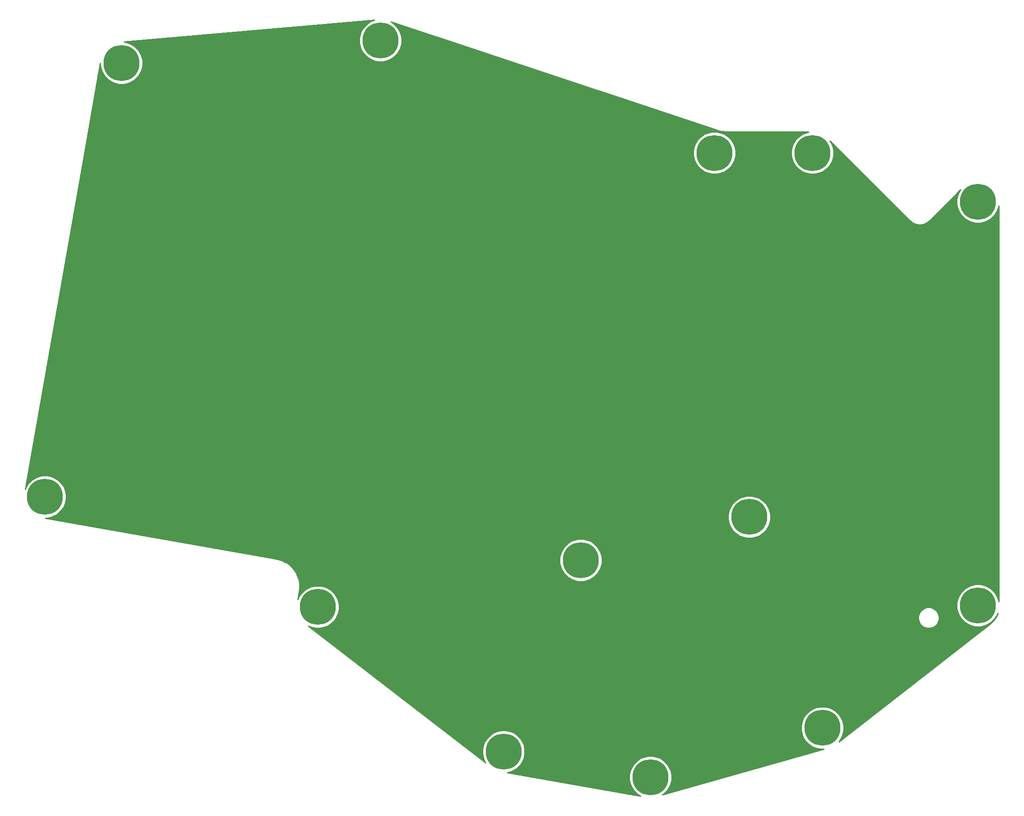
<source format=gbr>
%TF.GenerationSoftware,KiCad,Pcbnew,(5.1.7)-1*%
%TF.CreationDate,2020-10-07T08:37:43+11:00*%
%TF.ProjectId,Board-DjinnBase,426f6172-642d-4446-9a69-6e6e42617365,rev?*%
%TF.SameCoordinates,Original*%
%TF.FileFunction,Copper,L1,Top*%
%TF.FilePolarity,Positive*%
%FSLAX46Y46*%
G04 Gerber Fmt 4.6, Leading zero omitted, Abs format (unit mm)*
G04 Created by KiCad (PCBNEW (5.1.7)-1) date 2020-10-07 08:37:43*
%MOMM*%
%LPD*%
G01*
G04 APERTURE LIST*
%TA.AperFunction,ComponentPad*%
%ADD10C,7.000000*%
%TD*%
%TA.AperFunction,NonConductor*%
%ADD11C,0.254000*%
%TD*%
%TA.AperFunction,NonConductor*%
%ADD12C,0.100000*%
%TD*%
G04 APERTURE END LIST*
D10*
%TO.P,BASE1,~*%
%TO.N,N/C*%
X46966766Y19525432D03*
X99473603Y-123894915D03*
X163167435Y-90487880D03*
X34774198Y-90761447D03*
X163167435Y-11906299D03*
%TO.P,BASE1,1*%
X111919220Y-2381261D03*
X130969300Y-2381260D03*
%TO.P,BASE1,~*%
X85949668Y-81650102D03*
X-3381700Y15104253D03*
X-18267752Y-69318746D03*
X118708259Y-73245522D03*
X70919102Y-118896720D03*
X132900881Y-114300480D03*
%TD*%
D11*
X45760631Y23501526D02*
X45008109Y23189821D01*
X44330857Y22737296D01*
X43754902Y22161341D01*
X43302377Y21484089D01*
X42990672Y20731567D01*
X42831766Y19932694D01*
X42831766Y19118170D01*
X42990672Y18319297D01*
X43302377Y17566775D01*
X43754902Y16889523D01*
X44330857Y16313568D01*
X45008109Y15861043D01*
X45760631Y15549338D01*
X46559504Y15390432D01*
X47374028Y15390432D01*
X48172901Y15549338D01*
X48925423Y15861043D01*
X49602675Y16313568D01*
X50178630Y16889523D01*
X50631155Y17566775D01*
X50942860Y18319297D01*
X51101766Y19118170D01*
X51101766Y19932694D01*
X50942860Y20731567D01*
X50631155Y21484089D01*
X50178630Y22161341D01*
X49602675Y22737296D01*
X48992423Y23145053D01*
X112415350Y2024031D01*
X112431511Y2020361D01*
X113244593Y1791918D01*
X113297869Y1782098D01*
X113350892Y1770828D01*
X113368987Y1768927D01*
X114234843Y1689366D01*
X114266346Y1686263D01*
X130222699Y1686241D01*
X129763165Y1594834D01*
X129010643Y1283129D01*
X128333391Y830604D01*
X127757436Y254649D01*
X127304911Y-422603D01*
X126993206Y-1175125D01*
X126834300Y-1973998D01*
X126834300Y-2788522D01*
X126993206Y-3587395D01*
X127304911Y-4339917D01*
X127757436Y-5017169D01*
X128333391Y-5593124D01*
X129010643Y-6045649D01*
X129763165Y-6357354D01*
X130562038Y-6516260D01*
X131376562Y-6516260D01*
X132175435Y-6357354D01*
X132927957Y-6045649D01*
X133605209Y-5593124D01*
X134181164Y-5017169D01*
X134633689Y-4339917D01*
X134945394Y-3587395D01*
X135104300Y-2788522D01*
X135104300Y-1973998D01*
X134945394Y-1175125D01*
X134633689Y-422603D01*
X134373387Y-33033D01*
X142171197Y-7830844D01*
X142171203Y-7830849D01*
X149949371Y-15609018D01*
X149972988Y-15628400D01*
X149981705Y-15637239D01*
X149989203Y-15643398D01*
X150292548Y-15889041D01*
X150345134Y-15923715D01*
X150397235Y-15959122D01*
X150405787Y-15963708D01*
X150751067Y-16145753D01*
X150809379Y-16169550D01*
X150867374Y-16194166D01*
X150876654Y-16197004D01*
X151250718Y-16308516D01*
X151312534Y-16320532D01*
X151374210Y-16333416D01*
X151383864Y-16334397D01*
X151772463Y-16371130D01*
X151835477Y-16370910D01*
X151898442Y-16371569D01*
X151908103Y-16370656D01*
X152296436Y-16331210D01*
X152358180Y-16318760D01*
X152420100Y-16307172D01*
X152429397Y-16304401D01*
X152429403Y-16304399D01*
X152802676Y-16190278D01*
X152860848Y-16166063D01*
X152919317Y-16142677D01*
X152927896Y-16138154D01*
X152927900Y-16138152D01*
X152927903Y-16138150D01*
X153271901Y-15953699D01*
X153324226Y-15918670D01*
X153377074Y-15884350D01*
X153384616Y-15878243D01*
X153683592Y-15632660D01*
X153712401Y-15609018D01*
X159763349Y-9558071D01*
X159503046Y-9947642D01*
X159191341Y-10700164D01*
X159032435Y-11499037D01*
X159032435Y-12313561D01*
X159191341Y-13112434D01*
X159503046Y-13864956D01*
X159955571Y-14542208D01*
X160531526Y-15118163D01*
X161208778Y-15570688D01*
X161961300Y-15882393D01*
X162760173Y-16041299D01*
X163574697Y-16041299D01*
X164373570Y-15882393D01*
X165126092Y-15570688D01*
X165803344Y-15118163D01*
X166379299Y-14542208D01*
X166831824Y-13864956D01*
X167143529Y-13112434D01*
X167234936Y-12652901D01*
X167234935Y-89741273D01*
X167143529Y-89281745D01*
X166831824Y-88529223D01*
X166379299Y-87851971D01*
X165803344Y-87276016D01*
X165126092Y-86823491D01*
X164373570Y-86511786D01*
X163574697Y-86352880D01*
X162760173Y-86352880D01*
X161961300Y-86511786D01*
X161208778Y-86823491D01*
X160531526Y-87276016D01*
X159955571Y-87851971D01*
X159503046Y-88529223D01*
X159191341Y-89281745D01*
X159032435Y-90080618D01*
X159032435Y-90895142D01*
X159191341Y-91694015D01*
X159503046Y-92446537D01*
X159955571Y-93123789D01*
X160531526Y-93699744D01*
X161208778Y-94152269D01*
X161961300Y-94463974D01*
X162760173Y-94622880D01*
X163574697Y-94622880D01*
X164373570Y-94463974D01*
X165126092Y-94152269D01*
X165803344Y-93699744D01*
X166379299Y-93123789D01*
X166831824Y-92446537D01*
X167016040Y-92001801D01*
X166962041Y-92193266D01*
X166633051Y-92860390D01*
X166188002Y-93456384D01*
X165629907Y-93972281D01*
X165327597Y-94183175D01*
X165312117Y-94192958D01*
X136101686Y-116947448D01*
X136112745Y-116936389D01*
X136565270Y-116259137D01*
X136876975Y-115506615D01*
X137035881Y-114707742D01*
X137035881Y-113893218D01*
X136876975Y-113094345D01*
X136565270Y-112341823D01*
X136112745Y-111664571D01*
X135536790Y-111088616D01*
X134859538Y-110636091D01*
X134107016Y-110324386D01*
X133308143Y-110165480D01*
X132493619Y-110165480D01*
X131694746Y-110324386D01*
X130942224Y-110636091D01*
X130264972Y-111088616D01*
X129689017Y-111664571D01*
X129236492Y-112341823D01*
X128924787Y-113094345D01*
X128765881Y-113893218D01*
X128765881Y-114707742D01*
X128924787Y-115506615D01*
X129236492Y-116259137D01*
X129689017Y-116936389D01*
X130264972Y-117512344D01*
X130942224Y-117964869D01*
X131694746Y-118276574D01*
X132493619Y-118435480D01*
X133196695Y-118435480D01*
X101783406Y-127324676D01*
X102109512Y-127106779D01*
X102685467Y-126530824D01*
X103137992Y-125853572D01*
X103449697Y-125101050D01*
X103608603Y-124302177D01*
X103608603Y-123487653D01*
X103449697Y-122688780D01*
X103137992Y-121936258D01*
X102685467Y-121259006D01*
X102109512Y-120683051D01*
X101432260Y-120230526D01*
X100679738Y-119918821D01*
X99880865Y-119759915D01*
X99066341Y-119759915D01*
X98267468Y-119918821D01*
X97514946Y-120230526D01*
X96837694Y-120683051D01*
X96261739Y-121259006D01*
X95809214Y-121936258D01*
X95497509Y-122688780D01*
X95338603Y-123487653D01*
X95338603Y-124302177D01*
X95497509Y-125101050D01*
X95809214Y-125853572D01*
X96261739Y-126530824D01*
X96837694Y-127106779D01*
X97492508Y-127544311D01*
X71596069Y-122978072D01*
X72125237Y-122872814D01*
X72877759Y-122561109D01*
X73555011Y-122108584D01*
X74130966Y-121532629D01*
X74583491Y-120855377D01*
X74895196Y-120102855D01*
X75054102Y-119303982D01*
X75054102Y-118489458D01*
X74895196Y-117690585D01*
X74583491Y-116938063D01*
X74130966Y-116260811D01*
X73555011Y-115684856D01*
X72877759Y-115232331D01*
X72125237Y-114920626D01*
X71326364Y-114761720D01*
X70511840Y-114761720D01*
X69712967Y-114920626D01*
X68960445Y-115232331D01*
X68283193Y-115684856D01*
X67707238Y-116260811D01*
X67254713Y-116938063D01*
X66943008Y-117690585D01*
X66784102Y-118489458D01*
X66784102Y-119303982D01*
X66943008Y-120102855D01*
X67254713Y-120855377D01*
X67390629Y-121058790D01*
X32922658Y-94470205D01*
X33568063Y-94737541D01*
X34366936Y-94896447D01*
X35181460Y-94896447D01*
X35980333Y-94737541D01*
X36732855Y-94425836D01*
X37410107Y-93973311D01*
X37986062Y-93397356D01*
X38438587Y-92720104D01*
X38459875Y-92668710D01*
X151556270Y-92668710D01*
X151556270Y-93069570D01*
X151634474Y-93462727D01*
X151787877Y-93833074D01*
X152010583Y-94166377D01*
X152294033Y-94449827D01*
X152627336Y-94672533D01*
X152997683Y-94825936D01*
X153390840Y-94904140D01*
X153791700Y-94904140D01*
X154184857Y-94825936D01*
X154555204Y-94672533D01*
X154888507Y-94449827D01*
X155171957Y-94166377D01*
X155394663Y-93833074D01*
X155548066Y-93462727D01*
X155626270Y-93069570D01*
X155626270Y-92668710D01*
X155548066Y-92275553D01*
X155394663Y-91905206D01*
X155171957Y-91571903D01*
X154888507Y-91288453D01*
X154555204Y-91065747D01*
X154184857Y-90912344D01*
X153791700Y-90834140D01*
X153390840Y-90834140D01*
X152997683Y-90912344D01*
X152627336Y-91065747D01*
X152294033Y-91288453D01*
X152010583Y-91571903D01*
X151787877Y-91905206D01*
X151634474Y-92275553D01*
X151556270Y-92668710D01*
X38459875Y-92668710D01*
X38750292Y-91967582D01*
X38909198Y-91168709D01*
X38909198Y-90354185D01*
X38750292Y-89555312D01*
X38438587Y-88802790D01*
X37986062Y-88125538D01*
X37410107Y-87549583D01*
X36732855Y-87097058D01*
X35980333Y-86785353D01*
X35181460Y-86626447D01*
X34366936Y-86626447D01*
X33568063Y-86785353D01*
X32815541Y-87097058D01*
X32138289Y-87549583D01*
X31562334Y-88125538D01*
X31109809Y-88802790D01*
X30899980Y-89309363D01*
X31187889Y-87676395D01*
X31189276Y-87658259D01*
X31248091Y-87179252D01*
X31249341Y-87138334D01*
X31253265Y-87097585D01*
X31253106Y-87079391D01*
X31234093Y-86208046D01*
X31227920Y-86153870D01*
X31223166Y-86099536D01*
X31219695Y-86081676D01*
X31042210Y-85228386D01*
X31026269Y-85176247D01*
X31011692Y-85123685D01*
X31005024Y-85106756D01*
X30675011Y-84300098D01*
X30649835Y-84251736D01*
X30625924Y-84202711D01*
X30616285Y-84187287D01*
X30616282Y-84187281D01*
X30616278Y-84187276D01*
X30144794Y-83454272D01*
X30111239Y-83411324D01*
X30078782Y-83367461D01*
X30066489Y-83354046D01*
X29469315Y-82719233D01*
X29428480Y-82683106D01*
X29388589Y-82645907D01*
X29374058Y-82634957D01*
X28671199Y-82119599D01*
X28624487Y-82091532D01*
X28578462Y-82062211D01*
X28562178Y-82054093D01*
X27777171Y-81675451D01*
X27726106Y-81656359D01*
X27675528Y-81635924D01*
X27658039Y-81630909D01*
X26819363Y-81402260D01*
X26788672Y-81393677D01*
X25933235Y-81242840D01*
X81814668Y-81242840D01*
X81814668Y-82057364D01*
X81973574Y-82856237D01*
X82285279Y-83608759D01*
X82737804Y-84286011D01*
X83313759Y-84861966D01*
X83991011Y-85314491D01*
X84743533Y-85626196D01*
X85542406Y-85785102D01*
X86356930Y-85785102D01*
X87155803Y-85626196D01*
X87908325Y-85314491D01*
X88585577Y-84861966D01*
X89161532Y-84286011D01*
X89614057Y-83608759D01*
X89925762Y-82856237D01*
X90084668Y-82057364D01*
X90084668Y-81242840D01*
X89925762Y-80443967D01*
X89614057Y-79691445D01*
X89161532Y-79014193D01*
X88585577Y-78438238D01*
X87908325Y-77985713D01*
X87155803Y-77674008D01*
X86356930Y-77515102D01*
X85542406Y-77515102D01*
X84743533Y-77674008D01*
X83991011Y-77985713D01*
X83313759Y-78438238D01*
X82737804Y-79014193D01*
X82285279Y-79691445D01*
X81973574Y-80443967D01*
X81814668Y-81242840D01*
X25933235Y-81242840D01*
X-18240803Y-73453746D01*
X-17860490Y-73453746D01*
X-17061617Y-73294840D01*
X-16309095Y-72983135D01*
X-16092275Y-72838260D01*
X114573259Y-72838260D01*
X114573259Y-73652784D01*
X114732165Y-74451657D01*
X115043870Y-75204179D01*
X115496395Y-75881431D01*
X116072350Y-76457386D01*
X116749602Y-76909911D01*
X117502124Y-77221616D01*
X118300997Y-77380522D01*
X119115521Y-77380522D01*
X119914394Y-77221616D01*
X120666916Y-76909911D01*
X121344168Y-76457386D01*
X121920123Y-75881431D01*
X122372648Y-75204179D01*
X122684353Y-74451657D01*
X122843259Y-73652784D01*
X122843259Y-72838260D01*
X122684353Y-72039387D01*
X122372648Y-71286865D01*
X121920123Y-70609613D01*
X121344168Y-70033658D01*
X120666916Y-69581133D01*
X119914394Y-69269428D01*
X119115521Y-69110522D01*
X118300997Y-69110522D01*
X117502124Y-69269428D01*
X116749602Y-69581133D01*
X116072350Y-70033658D01*
X115496395Y-70609613D01*
X115043870Y-71286865D01*
X114732165Y-72039387D01*
X114573259Y-72838260D01*
X-16092275Y-72838260D01*
X-15631843Y-72530610D01*
X-15055888Y-71954655D01*
X-14603363Y-71277403D01*
X-14291658Y-70524881D01*
X-14132752Y-69726008D01*
X-14132752Y-68911484D01*
X-14291658Y-68112611D01*
X-14603363Y-67360089D01*
X-15055888Y-66682837D01*
X-15631843Y-66106882D01*
X-16309095Y-65654357D01*
X-17061617Y-65342652D01*
X-17860490Y-65183746D01*
X-18675014Y-65183746D01*
X-19473887Y-65342652D01*
X-20226409Y-65654357D01*
X-20903661Y-66106882D01*
X-21479616Y-66682837D01*
X-21932141Y-67360089D01*
X-22141948Y-67866608D01*
X-10523322Y-1973999D01*
X107784220Y-1973999D01*
X107784220Y-2788523D01*
X107943126Y-3587396D01*
X108254831Y-4339918D01*
X108707356Y-5017170D01*
X109283311Y-5593125D01*
X109960563Y-6045650D01*
X110713085Y-6357355D01*
X111511958Y-6516261D01*
X112326482Y-6516261D01*
X113125355Y-6357355D01*
X113877877Y-6045650D01*
X114555129Y-5593125D01*
X115131084Y-5017170D01*
X115583609Y-4339918D01*
X115895314Y-3587396D01*
X116054220Y-2788523D01*
X116054220Y-1973999D01*
X115895314Y-1175126D01*
X115583609Y-422604D01*
X115131084Y254648D01*
X114555129Y830603D01*
X113877877Y1283128D01*
X113125355Y1594833D01*
X112326482Y1753739D01*
X111511958Y1753739D01*
X110713085Y1594833D01*
X109960563Y1283128D01*
X109283311Y830603D01*
X108707356Y254648D01*
X108254831Y-422604D01*
X107943126Y-1175126D01*
X107784220Y-1973999D01*
X-10523322Y-1973999D01*
X-7516700Y15077424D01*
X-7516700Y14696991D01*
X-7357794Y13898118D01*
X-7046089Y13145596D01*
X-6593564Y12468344D01*
X-6017609Y11892389D01*
X-5340357Y11439864D01*
X-4587835Y11128159D01*
X-3788962Y10969253D01*
X-2974438Y10969253D01*
X-2175565Y11128159D01*
X-1423043Y11439864D01*
X-745791Y11892389D01*
X-169836Y12468344D01*
X282689Y13145596D01*
X594394Y13898118D01*
X753300Y14696991D01*
X753300Y15511515D01*
X594394Y16310388D01*
X282689Y17062910D01*
X-169836Y17740162D01*
X-745791Y18316117D01*
X-1423043Y18768642D01*
X-2175565Y19080347D01*
X-2844668Y19213440D01*
X45821426Y23513619D01*
X45760631Y23501526D01*
%TA.AperFunction,NonConductor*%
D12*
G36*
X45760631Y23501526D02*
G01*
X45008109Y23189821D01*
X44330857Y22737296D01*
X43754902Y22161341D01*
X43302377Y21484089D01*
X42990672Y20731567D01*
X42831766Y19932694D01*
X42831766Y19118170D01*
X42990672Y18319297D01*
X43302377Y17566775D01*
X43754902Y16889523D01*
X44330857Y16313568D01*
X45008109Y15861043D01*
X45760631Y15549338D01*
X46559504Y15390432D01*
X47374028Y15390432D01*
X48172901Y15549338D01*
X48925423Y15861043D01*
X49602675Y16313568D01*
X50178630Y16889523D01*
X50631155Y17566775D01*
X50942860Y18319297D01*
X51101766Y19118170D01*
X51101766Y19932694D01*
X50942860Y20731567D01*
X50631155Y21484089D01*
X50178630Y22161341D01*
X49602675Y22737296D01*
X48992423Y23145053D01*
X112415350Y2024031D01*
X112431511Y2020361D01*
X113244593Y1791918D01*
X113297869Y1782098D01*
X113350892Y1770828D01*
X113368987Y1768927D01*
X114234843Y1689366D01*
X114266346Y1686263D01*
X130222699Y1686241D01*
X129763165Y1594834D01*
X129010643Y1283129D01*
X128333391Y830604D01*
X127757436Y254649D01*
X127304911Y-422603D01*
X126993206Y-1175125D01*
X126834300Y-1973998D01*
X126834300Y-2788522D01*
X126993206Y-3587395D01*
X127304911Y-4339917D01*
X127757436Y-5017169D01*
X128333391Y-5593124D01*
X129010643Y-6045649D01*
X129763165Y-6357354D01*
X130562038Y-6516260D01*
X131376562Y-6516260D01*
X132175435Y-6357354D01*
X132927957Y-6045649D01*
X133605209Y-5593124D01*
X134181164Y-5017169D01*
X134633689Y-4339917D01*
X134945394Y-3587395D01*
X135104300Y-2788522D01*
X135104300Y-1973998D01*
X134945394Y-1175125D01*
X134633689Y-422603D01*
X134373387Y-33033D01*
X142171197Y-7830844D01*
X142171203Y-7830849D01*
X149949371Y-15609018D01*
X149972988Y-15628400D01*
X149981705Y-15637239D01*
X149989203Y-15643398D01*
X150292548Y-15889041D01*
X150345134Y-15923715D01*
X150397235Y-15959122D01*
X150405787Y-15963708D01*
X150751067Y-16145753D01*
X150809379Y-16169550D01*
X150867374Y-16194166D01*
X150876654Y-16197004D01*
X151250718Y-16308516D01*
X151312534Y-16320532D01*
X151374210Y-16333416D01*
X151383864Y-16334397D01*
X151772463Y-16371130D01*
X151835477Y-16370910D01*
X151898442Y-16371569D01*
X151908103Y-16370656D01*
X152296436Y-16331210D01*
X152358180Y-16318760D01*
X152420100Y-16307172D01*
X152429397Y-16304401D01*
X152429403Y-16304399D01*
X152802676Y-16190278D01*
X152860848Y-16166063D01*
X152919317Y-16142677D01*
X152927896Y-16138154D01*
X152927900Y-16138152D01*
X152927903Y-16138150D01*
X153271901Y-15953699D01*
X153324226Y-15918670D01*
X153377074Y-15884350D01*
X153384616Y-15878243D01*
X153683592Y-15632660D01*
X153712401Y-15609018D01*
X159763349Y-9558071D01*
X159503046Y-9947642D01*
X159191341Y-10700164D01*
X159032435Y-11499037D01*
X159032435Y-12313561D01*
X159191341Y-13112434D01*
X159503046Y-13864956D01*
X159955571Y-14542208D01*
X160531526Y-15118163D01*
X161208778Y-15570688D01*
X161961300Y-15882393D01*
X162760173Y-16041299D01*
X163574697Y-16041299D01*
X164373570Y-15882393D01*
X165126092Y-15570688D01*
X165803344Y-15118163D01*
X166379299Y-14542208D01*
X166831824Y-13864956D01*
X167143529Y-13112434D01*
X167234936Y-12652901D01*
X167234935Y-89741273D01*
X167143529Y-89281745D01*
X166831824Y-88529223D01*
X166379299Y-87851971D01*
X165803344Y-87276016D01*
X165126092Y-86823491D01*
X164373570Y-86511786D01*
X163574697Y-86352880D01*
X162760173Y-86352880D01*
X161961300Y-86511786D01*
X161208778Y-86823491D01*
X160531526Y-87276016D01*
X159955571Y-87851971D01*
X159503046Y-88529223D01*
X159191341Y-89281745D01*
X159032435Y-90080618D01*
X159032435Y-90895142D01*
X159191341Y-91694015D01*
X159503046Y-92446537D01*
X159955571Y-93123789D01*
X160531526Y-93699744D01*
X161208778Y-94152269D01*
X161961300Y-94463974D01*
X162760173Y-94622880D01*
X163574697Y-94622880D01*
X164373570Y-94463974D01*
X165126092Y-94152269D01*
X165803344Y-93699744D01*
X166379299Y-93123789D01*
X166831824Y-92446537D01*
X167016040Y-92001801D01*
X166962041Y-92193266D01*
X166633051Y-92860390D01*
X166188002Y-93456384D01*
X165629907Y-93972281D01*
X165327597Y-94183175D01*
X165312117Y-94192958D01*
X136101686Y-116947448D01*
X136112745Y-116936389D01*
X136565270Y-116259137D01*
X136876975Y-115506615D01*
X137035881Y-114707742D01*
X137035881Y-113893218D01*
X136876975Y-113094345D01*
X136565270Y-112341823D01*
X136112745Y-111664571D01*
X135536790Y-111088616D01*
X134859538Y-110636091D01*
X134107016Y-110324386D01*
X133308143Y-110165480D01*
X132493619Y-110165480D01*
X131694746Y-110324386D01*
X130942224Y-110636091D01*
X130264972Y-111088616D01*
X129689017Y-111664571D01*
X129236492Y-112341823D01*
X128924787Y-113094345D01*
X128765881Y-113893218D01*
X128765881Y-114707742D01*
X128924787Y-115506615D01*
X129236492Y-116259137D01*
X129689017Y-116936389D01*
X130264972Y-117512344D01*
X130942224Y-117964869D01*
X131694746Y-118276574D01*
X132493619Y-118435480D01*
X133196695Y-118435480D01*
X101783406Y-127324676D01*
X102109512Y-127106779D01*
X102685467Y-126530824D01*
X103137992Y-125853572D01*
X103449697Y-125101050D01*
X103608603Y-124302177D01*
X103608603Y-123487653D01*
X103449697Y-122688780D01*
X103137992Y-121936258D01*
X102685467Y-121259006D01*
X102109512Y-120683051D01*
X101432260Y-120230526D01*
X100679738Y-119918821D01*
X99880865Y-119759915D01*
X99066341Y-119759915D01*
X98267468Y-119918821D01*
X97514946Y-120230526D01*
X96837694Y-120683051D01*
X96261739Y-121259006D01*
X95809214Y-121936258D01*
X95497509Y-122688780D01*
X95338603Y-123487653D01*
X95338603Y-124302177D01*
X95497509Y-125101050D01*
X95809214Y-125853572D01*
X96261739Y-126530824D01*
X96837694Y-127106779D01*
X97492508Y-127544311D01*
X71596069Y-122978072D01*
X72125237Y-122872814D01*
X72877759Y-122561109D01*
X73555011Y-122108584D01*
X74130966Y-121532629D01*
X74583491Y-120855377D01*
X74895196Y-120102855D01*
X75054102Y-119303982D01*
X75054102Y-118489458D01*
X74895196Y-117690585D01*
X74583491Y-116938063D01*
X74130966Y-116260811D01*
X73555011Y-115684856D01*
X72877759Y-115232331D01*
X72125237Y-114920626D01*
X71326364Y-114761720D01*
X70511840Y-114761720D01*
X69712967Y-114920626D01*
X68960445Y-115232331D01*
X68283193Y-115684856D01*
X67707238Y-116260811D01*
X67254713Y-116938063D01*
X66943008Y-117690585D01*
X66784102Y-118489458D01*
X66784102Y-119303982D01*
X66943008Y-120102855D01*
X67254713Y-120855377D01*
X67390629Y-121058790D01*
X32922658Y-94470205D01*
X33568063Y-94737541D01*
X34366936Y-94896447D01*
X35181460Y-94896447D01*
X35980333Y-94737541D01*
X36732855Y-94425836D01*
X37410107Y-93973311D01*
X37986062Y-93397356D01*
X38438587Y-92720104D01*
X38459875Y-92668710D01*
X151556270Y-92668710D01*
X151556270Y-93069570D01*
X151634474Y-93462727D01*
X151787877Y-93833074D01*
X152010583Y-94166377D01*
X152294033Y-94449827D01*
X152627336Y-94672533D01*
X152997683Y-94825936D01*
X153390840Y-94904140D01*
X153791700Y-94904140D01*
X154184857Y-94825936D01*
X154555204Y-94672533D01*
X154888507Y-94449827D01*
X155171957Y-94166377D01*
X155394663Y-93833074D01*
X155548066Y-93462727D01*
X155626270Y-93069570D01*
X155626270Y-92668710D01*
X155548066Y-92275553D01*
X155394663Y-91905206D01*
X155171957Y-91571903D01*
X154888507Y-91288453D01*
X154555204Y-91065747D01*
X154184857Y-90912344D01*
X153791700Y-90834140D01*
X153390840Y-90834140D01*
X152997683Y-90912344D01*
X152627336Y-91065747D01*
X152294033Y-91288453D01*
X152010583Y-91571903D01*
X151787877Y-91905206D01*
X151634474Y-92275553D01*
X151556270Y-92668710D01*
X38459875Y-92668710D01*
X38750292Y-91967582D01*
X38909198Y-91168709D01*
X38909198Y-90354185D01*
X38750292Y-89555312D01*
X38438587Y-88802790D01*
X37986062Y-88125538D01*
X37410107Y-87549583D01*
X36732855Y-87097058D01*
X35980333Y-86785353D01*
X35181460Y-86626447D01*
X34366936Y-86626447D01*
X33568063Y-86785353D01*
X32815541Y-87097058D01*
X32138289Y-87549583D01*
X31562334Y-88125538D01*
X31109809Y-88802790D01*
X30899980Y-89309363D01*
X31187889Y-87676395D01*
X31189276Y-87658259D01*
X31248091Y-87179252D01*
X31249341Y-87138334D01*
X31253265Y-87097585D01*
X31253106Y-87079391D01*
X31234093Y-86208046D01*
X31227920Y-86153870D01*
X31223166Y-86099536D01*
X31219695Y-86081676D01*
X31042210Y-85228386D01*
X31026269Y-85176247D01*
X31011692Y-85123685D01*
X31005024Y-85106756D01*
X30675011Y-84300098D01*
X30649835Y-84251736D01*
X30625924Y-84202711D01*
X30616285Y-84187287D01*
X30616282Y-84187281D01*
X30616278Y-84187276D01*
X30144794Y-83454272D01*
X30111239Y-83411324D01*
X30078782Y-83367461D01*
X30066489Y-83354046D01*
X29469315Y-82719233D01*
X29428480Y-82683106D01*
X29388589Y-82645907D01*
X29374058Y-82634957D01*
X28671199Y-82119599D01*
X28624487Y-82091532D01*
X28578462Y-82062211D01*
X28562178Y-82054093D01*
X27777171Y-81675451D01*
X27726106Y-81656359D01*
X27675528Y-81635924D01*
X27658039Y-81630909D01*
X26819363Y-81402260D01*
X26788672Y-81393677D01*
X25933235Y-81242840D01*
X81814668Y-81242840D01*
X81814668Y-82057364D01*
X81973574Y-82856237D01*
X82285279Y-83608759D01*
X82737804Y-84286011D01*
X83313759Y-84861966D01*
X83991011Y-85314491D01*
X84743533Y-85626196D01*
X85542406Y-85785102D01*
X86356930Y-85785102D01*
X87155803Y-85626196D01*
X87908325Y-85314491D01*
X88585577Y-84861966D01*
X89161532Y-84286011D01*
X89614057Y-83608759D01*
X89925762Y-82856237D01*
X90084668Y-82057364D01*
X90084668Y-81242840D01*
X89925762Y-80443967D01*
X89614057Y-79691445D01*
X89161532Y-79014193D01*
X88585577Y-78438238D01*
X87908325Y-77985713D01*
X87155803Y-77674008D01*
X86356930Y-77515102D01*
X85542406Y-77515102D01*
X84743533Y-77674008D01*
X83991011Y-77985713D01*
X83313759Y-78438238D01*
X82737804Y-79014193D01*
X82285279Y-79691445D01*
X81973574Y-80443967D01*
X81814668Y-81242840D01*
X25933235Y-81242840D01*
X-18240803Y-73453746D01*
X-17860490Y-73453746D01*
X-17061617Y-73294840D01*
X-16309095Y-72983135D01*
X-16092275Y-72838260D01*
X114573259Y-72838260D01*
X114573259Y-73652784D01*
X114732165Y-74451657D01*
X115043870Y-75204179D01*
X115496395Y-75881431D01*
X116072350Y-76457386D01*
X116749602Y-76909911D01*
X117502124Y-77221616D01*
X118300997Y-77380522D01*
X119115521Y-77380522D01*
X119914394Y-77221616D01*
X120666916Y-76909911D01*
X121344168Y-76457386D01*
X121920123Y-75881431D01*
X122372648Y-75204179D01*
X122684353Y-74451657D01*
X122843259Y-73652784D01*
X122843259Y-72838260D01*
X122684353Y-72039387D01*
X122372648Y-71286865D01*
X121920123Y-70609613D01*
X121344168Y-70033658D01*
X120666916Y-69581133D01*
X119914394Y-69269428D01*
X119115521Y-69110522D01*
X118300997Y-69110522D01*
X117502124Y-69269428D01*
X116749602Y-69581133D01*
X116072350Y-70033658D01*
X115496395Y-70609613D01*
X115043870Y-71286865D01*
X114732165Y-72039387D01*
X114573259Y-72838260D01*
X-16092275Y-72838260D01*
X-15631843Y-72530610D01*
X-15055888Y-71954655D01*
X-14603363Y-71277403D01*
X-14291658Y-70524881D01*
X-14132752Y-69726008D01*
X-14132752Y-68911484D01*
X-14291658Y-68112611D01*
X-14603363Y-67360089D01*
X-15055888Y-66682837D01*
X-15631843Y-66106882D01*
X-16309095Y-65654357D01*
X-17061617Y-65342652D01*
X-17860490Y-65183746D01*
X-18675014Y-65183746D01*
X-19473887Y-65342652D01*
X-20226409Y-65654357D01*
X-20903661Y-66106882D01*
X-21479616Y-66682837D01*
X-21932141Y-67360089D01*
X-22141948Y-67866608D01*
X-10523322Y-1973999D01*
X107784220Y-1973999D01*
X107784220Y-2788523D01*
X107943126Y-3587396D01*
X108254831Y-4339918D01*
X108707356Y-5017170D01*
X109283311Y-5593125D01*
X109960563Y-6045650D01*
X110713085Y-6357355D01*
X111511958Y-6516261D01*
X112326482Y-6516261D01*
X113125355Y-6357355D01*
X113877877Y-6045650D01*
X114555129Y-5593125D01*
X115131084Y-5017170D01*
X115583609Y-4339918D01*
X115895314Y-3587396D01*
X116054220Y-2788523D01*
X116054220Y-1973999D01*
X115895314Y-1175126D01*
X115583609Y-422604D01*
X115131084Y254648D01*
X114555129Y830603D01*
X113877877Y1283128D01*
X113125355Y1594833D01*
X112326482Y1753739D01*
X111511958Y1753739D01*
X110713085Y1594833D01*
X109960563Y1283128D01*
X109283311Y830603D01*
X108707356Y254648D01*
X108254831Y-422604D01*
X107943126Y-1175126D01*
X107784220Y-1973999D01*
X-10523322Y-1973999D01*
X-7516700Y15077424D01*
X-7516700Y14696991D01*
X-7357794Y13898118D01*
X-7046089Y13145596D01*
X-6593564Y12468344D01*
X-6017609Y11892389D01*
X-5340357Y11439864D01*
X-4587835Y11128159D01*
X-3788962Y10969253D01*
X-2974438Y10969253D01*
X-2175565Y11128159D01*
X-1423043Y11439864D01*
X-745791Y11892389D01*
X-169836Y12468344D01*
X282689Y13145596D01*
X594394Y13898118D01*
X753300Y14696991D01*
X753300Y15511515D01*
X594394Y16310388D01*
X282689Y17062910D01*
X-169836Y17740162D01*
X-745791Y18316117D01*
X-1423043Y18768642D01*
X-2175565Y19080347D01*
X-2844668Y19213440D01*
X45821426Y23513619D01*
X45760631Y23501526D01*
G37*
%TD.AperFunction*%
M02*

</source>
